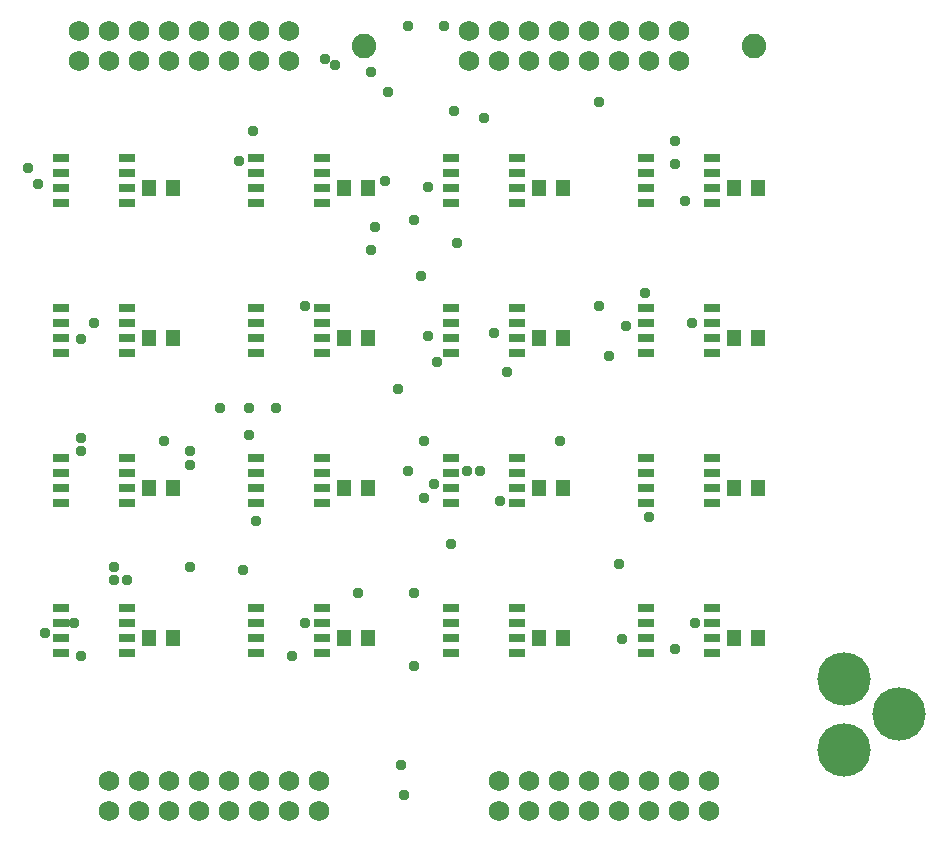
<source format=gbr>
G04 EAGLE Gerber X2 export*
%TF.Part,Single*%
%TF.FileFunction,Soldermask,Top,1*%
%TF.FilePolarity,Negative*%
%TF.GenerationSoftware,Autodesk,EAGLE,8.6.3*%
%TF.CreationDate,2018-04-24T10:21:06Z*%
G75*
%MOMM*%
%FSLAX34Y34*%
%LPD*%
%AMOC8*
5,1,8,0,0,1.08239X$1,22.5*%
G01*
%ADD10C,1.733200*%
%ADD11C,4.521200*%
%ADD12C,2.082800*%
%ADD13R,1.203200X1.453200*%
%ADD14R,1.403200X0.803200*%
%ADD15C,0.959600*%


D10*
X76200Y660400D03*
X76200Y685800D03*
X101600Y660400D03*
X101600Y685800D03*
X127000Y660400D03*
X127000Y685800D03*
X152400Y660400D03*
X152400Y685800D03*
X177800Y660400D03*
X177800Y685800D03*
X203200Y660400D03*
X203200Y685800D03*
X228600Y660400D03*
X228600Y685800D03*
X254000Y660400D03*
X254000Y685800D03*
X406400Y660400D03*
X406400Y685800D03*
X431800Y660400D03*
X431800Y685800D03*
X457200Y660400D03*
X457200Y685800D03*
X482600Y660400D03*
X482600Y685800D03*
X508000Y660400D03*
X508000Y685800D03*
X533400Y660400D03*
X533400Y685800D03*
X558800Y660400D03*
X558800Y685800D03*
X584200Y660400D03*
X584200Y685800D03*
D11*
X723900Y137000D03*
X723900Y77000D03*
X770900Y107000D03*
D10*
X101600Y25400D03*
X101600Y50800D03*
X127000Y25400D03*
X127000Y50800D03*
X152400Y25400D03*
X152400Y50800D03*
X177800Y25400D03*
X177800Y50800D03*
X203200Y25400D03*
X203200Y50800D03*
X228600Y25400D03*
X228600Y50800D03*
X254000Y25400D03*
X254000Y50800D03*
X279400Y25400D03*
X279400Y50800D03*
X431800Y25400D03*
X431800Y50800D03*
X457200Y25400D03*
X457200Y50800D03*
X482600Y25400D03*
X482600Y50800D03*
X508000Y25400D03*
X508000Y50800D03*
X533400Y25400D03*
X533400Y50800D03*
X558800Y25400D03*
X558800Y50800D03*
X584200Y25400D03*
X584200Y50800D03*
X609600Y25400D03*
X609600Y50800D03*
D12*
X647700Y673100D03*
X317500Y673100D03*
D13*
X136050Y552450D03*
X156050Y552450D03*
D14*
X60900Y577850D03*
X60900Y565150D03*
X60900Y552450D03*
X60900Y539750D03*
X116900Y539750D03*
X116900Y552450D03*
X116900Y565150D03*
X116900Y577850D03*
D13*
X301150Y552450D03*
X321150Y552450D03*
D14*
X226000Y577850D03*
X226000Y565150D03*
X226000Y552450D03*
X226000Y539750D03*
X282000Y539750D03*
X282000Y552450D03*
X282000Y565150D03*
X282000Y577850D03*
D13*
X466250Y552450D03*
X486250Y552450D03*
D14*
X391100Y577850D03*
X391100Y565150D03*
X391100Y552450D03*
X391100Y539750D03*
X447100Y539750D03*
X447100Y552450D03*
X447100Y565150D03*
X447100Y577850D03*
D13*
X631350Y552450D03*
X651350Y552450D03*
D14*
X556200Y577850D03*
X556200Y565150D03*
X556200Y552450D03*
X556200Y539750D03*
X612200Y539750D03*
X612200Y552450D03*
X612200Y565150D03*
X612200Y577850D03*
D13*
X136050Y425450D03*
X156050Y425450D03*
D14*
X60900Y450850D03*
X60900Y438150D03*
X60900Y425450D03*
X60900Y412750D03*
X116900Y412750D03*
X116900Y425450D03*
X116900Y438150D03*
X116900Y450850D03*
D13*
X301150Y425450D03*
X321150Y425450D03*
D14*
X226000Y450850D03*
X226000Y438150D03*
X226000Y425450D03*
X226000Y412750D03*
X282000Y412750D03*
X282000Y425450D03*
X282000Y438150D03*
X282000Y450850D03*
D13*
X466250Y425450D03*
X486250Y425450D03*
D14*
X391100Y450850D03*
X391100Y438150D03*
X391100Y425450D03*
X391100Y412750D03*
X447100Y412750D03*
X447100Y425450D03*
X447100Y438150D03*
X447100Y450850D03*
D13*
X631350Y425450D03*
X651350Y425450D03*
D14*
X556200Y450850D03*
X556200Y438150D03*
X556200Y425450D03*
X556200Y412750D03*
X612200Y412750D03*
X612200Y425450D03*
X612200Y438150D03*
X612200Y450850D03*
D13*
X136050Y298450D03*
X156050Y298450D03*
D14*
X60900Y323850D03*
X60900Y311150D03*
X60900Y298450D03*
X60900Y285750D03*
X116900Y285750D03*
X116900Y298450D03*
X116900Y311150D03*
X116900Y323850D03*
D13*
X301150Y298450D03*
X321150Y298450D03*
D14*
X226000Y323850D03*
X226000Y311150D03*
X226000Y298450D03*
X226000Y285750D03*
X282000Y285750D03*
X282000Y298450D03*
X282000Y311150D03*
X282000Y323850D03*
D13*
X466250Y298450D03*
X486250Y298450D03*
D14*
X391100Y323850D03*
X391100Y311150D03*
X391100Y298450D03*
X391100Y285750D03*
X447100Y285750D03*
X447100Y298450D03*
X447100Y311150D03*
X447100Y323850D03*
D13*
X631350Y298450D03*
X651350Y298450D03*
D14*
X556200Y323850D03*
X556200Y311150D03*
X556200Y298450D03*
X556200Y285750D03*
X612200Y285750D03*
X612200Y298450D03*
X612200Y311150D03*
X612200Y323850D03*
D13*
X136050Y171450D03*
X156050Y171450D03*
D14*
X60900Y196850D03*
X60900Y184150D03*
X60900Y171450D03*
X60900Y158750D03*
X116900Y158750D03*
X116900Y171450D03*
X116900Y184150D03*
X116900Y196850D03*
D13*
X301150Y171450D03*
X321150Y171450D03*
D14*
X226000Y196850D03*
X226000Y184150D03*
X226000Y171450D03*
X226000Y158750D03*
X282000Y158750D03*
X282000Y171450D03*
X282000Y184150D03*
X282000Y196850D03*
D13*
X466250Y171450D03*
X486250Y171450D03*
D14*
X391100Y196850D03*
X391100Y184150D03*
X391100Y171450D03*
X391100Y158750D03*
X447100Y158750D03*
X447100Y171450D03*
X447100Y184150D03*
X447100Y196850D03*
D13*
X631350Y171450D03*
X651350Y171450D03*
D14*
X556200Y196850D03*
X556200Y184150D03*
X556200Y171450D03*
X556200Y158750D03*
X612200Y158750D03*
X612200Y171450D03*
X612200Y184150D03*
X612200Y196850D03*
D15*
X536448Y170434D03*
X368808Y338074D03*
X581152Y592328D03*
X338074Y634238D03*
X589534Y542036D03*
X419100Y611886D03*
X89408Y438658D03*
X268224Y452628D03*
X366014Y477774D03*
X427482Y430276D03*
X396748Y505714D03*
X360426Y525272D03*
X595122Y438658D03*
X324104Y651002D03*
X581152Y572770D03*
X354838Y690118D03*
X148082Y338074D03*
X335280Y558800D03*
X393954Y617474D03*
X385572Y690118D03*
X379984Y405130D03*
X346456Y382778D03*
X516890Y452628D03*
X516890Y625856D03*
X170434Y231902D03*
X170434Y318516D03*
X223520Y600710D03*
X284988Y662178D03*
X106172Y220726D03*
X170434Y329692D03*
X212344Y575564D03*
X293370Y656590D03*
X312928Y209550D03*
X354838Y312928D03*
X438658Y396748D03*
X533654Y234696D03*
X558800Y273812D03*
X597916Y184404D03*
X41910Y556006D03*
X33528Y569976D03*
X106172Y231902D03*
X326898Y519684D03*
X195580Y366014D03*
X117348Y220726D03*
X324104Y500126D03*
X220726Y366014D03*
X220726Y343662D03*
X556006Y463804D03*
X405130Y312928D03*
X360426Y209550D03*
X360426Y148082D03*
X539242Y435864D03*
X416306Y312928D03*
X78232Y424688D03*
X78232Y340868D03*
X525272Y410718D03*
X483362Y338074D03*
X433070Y287782D03*
X47498Y176022D03*
X352044Y39116D03*
X215138Y229108D03*
X226314Y271018D03*
X368808Y290576D03*
X391160Y251460D03*
X72644Y184404D03*
X78232Y156464D03*
X268224Y184404D03*
X257048Y156464D03*
X349250Y64262D03*
X581152Y162052D03*
X371602Y427482D03*
X371602Y553212D03*
X243078Y366014D03*
X377190Y301752D03*
X78232Y329692D03*
M02*

</source>
